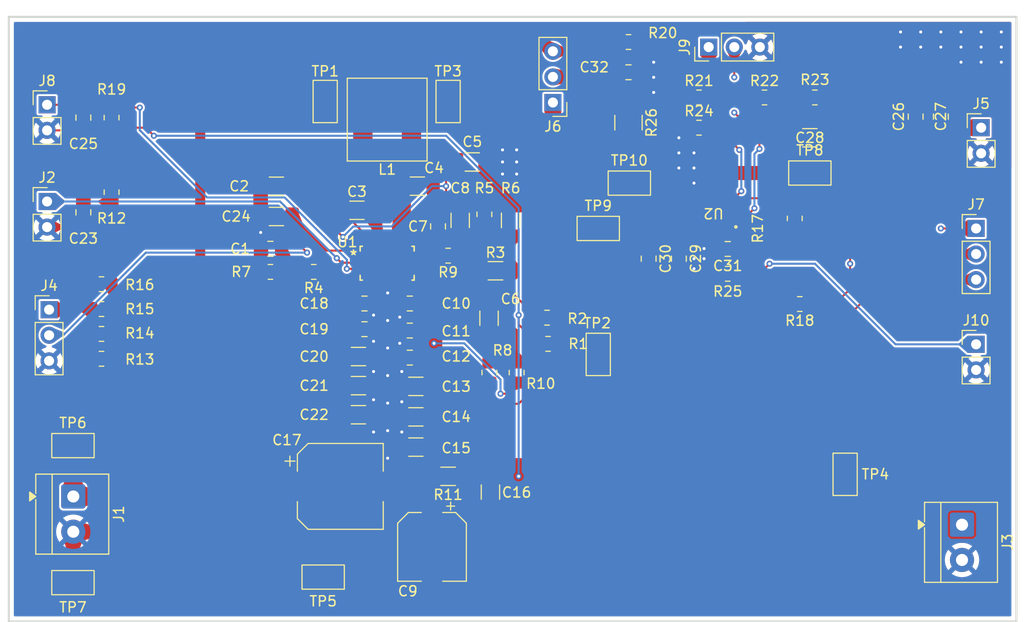
<source format=kicad_pcb>
(kicad_pcb (version 20241229) (generator "pcbnew") (generator_version "9.0")
  (layers (0 "F.Cu" signal) (4 "In1.Cu" signal) (6 "In2.Cu" signal) (2 "B.Cu" signal) (13 "F.Paste" user) (15 "B.Paste" user) (5 "F.SilkS" user "F.Silkscreen") (7 "B.SilkS" user "B.Silkscreen") (1 "F.Mask" user) (3 "B.Mask" user) (25 "Edge.Cuts" user))
  (net 0 "")
  (net 1 "V_BAT+")
  (net 2 "V_BAT-")
  (net 3 "PG_5")
  (net 4 "EN_5")
  (net 5 "12V_IN")
  (net 6 "Net-(U1B-SW1)")
  (net 7 "Net-(U1A-BOOT1)")
  (net 8 "Net-(U1B-SW2)")
  (net 9 "Net-(U1A-BOOT2)")
  (net 10 "Net-(U1A-VOUT)")
  (net 11 "V_OUT_12+")
  (net 12 "Net-(U1A-COMP)")
  (net 13 "Net-(U1A-ISN)")
  (net 14 "Net-(U1A-ISP)")
  (net 15 "VCC_12")
  (net 16 "Net-(U1A-DITH{slash}SYNC)")
  (net 17 "PG_12")
  (net 18 "*CC_12")
  (net 19 "EN_12")
  (net 20 "V_OUT_5+")
  (net 21 "SDA")
  (net 22 "SCL")
  (net 23 "VBUS")
  (net 24 "Net-(J4-Pin_1)")
  (net 25 "Net-(U1A-FB)")
  (net 26 "Net-(U1A-FSW)")
  (net 27 "Net-(U1A-CDC)")
  (net 28 "Net-(R20-Pad2)")
  (net 29 "Net-(C8-Pad1)")
  (net 30 "Net-(U2-VCC)")
  (net 31 "Net-(J9-Pin_1)")
  (net 32 "Net-(R1-Pad2)")
  (net 33 "Net-(R3-Pad1)")
  (net 34 "Net-(R4-Pad2)")
  (net 35 "Net-(R13-Pad2)")
  (net 36 "Net-(R15-Pad2)")
  (net 37 "Net-(R22-Pad2)")
  (net 38 "Net-(U2-ADDR)")
  (net 39 "Net-(U2-VIN)")
  (footprint "Capacitor_SMD:C_1206_3216Metric_Pad1.33x1.80mm_HandSolder" (layer "F.Cu") (at 142.7 99.712922)
    (property "Reference" "C20")
    (property "Value" "1uF")
  )
  (footprint "Capacitor_SMD:C_1206_3216Metric_Pad1.33x1.80mm_HandSolder" (layer "F.Cu") (at 134.5625 85.812922 180)
    (property "Reference" "C24")
    (property "Value" "0.1uF")
  )
  (footprint "Resistor_SMD:R_0805_2012Metric_Pad1.20x1.40mm_HandSolder" (layer "F.Cu") (at 188 74)
    (property "Reference" "R23")
    (property "Value" "100k")
  )
  (footprint "Connector_PinHeader_2.54mm:PinHeader_1x02_P2.54mm_Vertical" (layer "F.Cu") (at 204.5 77)
    (property "Reference" "J5")
    (property "Value" "5Vout")
  )
  (footprint "Capacitor_SMD:C_0805_2012Metric_Pad1.18x1.45mm_HandSolder" (layer "F.Cu") (at 171.5 90 -90)
    (property "Reference" "C30")
    (property "Value" "22uF")
  )
  (footprint "Capacitor_SMD:C_1206_3216Metric_Pad1.33x1.80mm_HandSolder" (layer "F.Cu") (at 187.5 78)
    (property "Reference" "C28")
    (property "Value" "0.1uF")
  )
  (footprint "Capacitor_SMD:C_0805_2012Metric_Pad1.18x1.45mm_HandSolder" (layer "F.Cu") (at 133.9625 89.012922)
    (property "Reference" "C1")
    (property "Value" "0.01uF")
  )
  (footprint "Connector_PinHeader_2.54mm:PinHeader_1x02_P2.54mm_Vertical" (layer "F.Cu") (at 111.8 74.725)
    (property "Reference" "J8")
    (property "Value" "Conn_01x02")
  )
  (footprint "Resistor_SMD:R_0805_2012Metric_Pad1.20x1.40mm_HandSolder" (layer "F.Cu") (at 158.4 101.3 90)
    (property "Reference" "R10")
    (property "Value" "10")
  )
  (footprint "Inductor_SMD:L_Coilcraft_XAL7070-XXX" (layer "F.Cu") (at 145.55 76.198764 180)
    (property "Reference" "L1")
    (property "Value" "4.7uH")
  )
  (footprint "TestPoint:TestPoint_Keystone_5019_Miniature" (layer "F.Cu") (at 139.4 74.4 90)
    (property "Reference" "TP1")
    (property "Value" "TestPoint")
  )
  (footprint "Capacitor_SMD:C_1206_3216Metric_Pad1.33x1.80mm_HandSolder" (layer "F.Cu") (at 142.7 102.6)
    (property "Reference" "C21")
    (property "Value" "0.1uF")
  )
  (footprint "Capacitor_SMD:C_1206_3216Metric_Pad1.33x1.80mm_HandSolder" (layer "F.Cu") (at 134.5625 82.812922)
    (property "Reference" "C2")
    (property "Value" "0.1uF")
  )
  (footprint "TestPoint:TestPoint_Keystone_5019_Miniature" (layer "F.Cu") (at 191 111.4 90)
    (property "Reference" "TP4")
    (property "Value" "TestPoint")
  )
  (footprint "Capacitor_SMD:C_1206_3216Metric_Pad1.33x1.80mm_HandSolder" (layer "F.Cu") (at 148.55 82.804 180)
    (property "Reference" "C4")
    (property "Value" "0.1uF")
  )
  (footprint "Capacitor_SMD:C_0805_2012Metric_Pad1.18x1.45mm_HandSolder" (layer "F.Cu") (at 169.5 71.5)
    (property "Reference" "C32")
    (property "Value" "2.2uF")
  )
  (footprint "TestPoint:TestPoint_Keystone_5019_Miniature" (layer "F.Cu") (at 151.6 74.4 90)
    (property "Reference" "TP3")
    (property "Value" "TestPoint")
  )
  (footprint "Capacitor_SMD:C_0805_2012Metric_Pad1.18x1.45mm_HandSolder" (layer "F.Cu") (at 143.3 94.448764)
    (property "Reference" "C18")
    (property "Value" "10uF")
  )
  (footprint "Capacitor_SMD:CP_Elec_6.3x5.4" (layer "F.Cu") (at 150 118.6 -90)
    (property "Reference" "C9")
    (property "Value" "100uF")
  )
  (footprint "Capacitor_SMD:C_1206_3216Metric_Pad1.33x1.80mm_HandSolder" (layer "F.Cu") (at 155.8 113.1625 -90)
    (property "Reference" "C16")
    (property "Value" "1uF")
  )
  (footprint "Capacitor_SMD:C_1206_3216Metric_Pad1.33x1.80mm_HandSolder" (layer "F.Cu") (at 155.6625 95.912922 90)
    (property "Reference" "C6")
    (property "Value" "0.1uF")
  )
  (footprint "Kicad_TitoSync_Footprints:FS1403_TDK" (layer "F.Cu") (at 178 85.5 180)
    (property "Reference" "U2")
    (property "Value" "FS1403-5000-AL")
  )
  (footprint "Resistor_SMD:R_0805_2012Metric_Pad1.20x1.40mm_HandSolder" (layer "F.Cu") (at 118.2 76 90)
    (property "Reference" "R19")
    (property "Value" "100k")
  )
  (footprint "Resistor_SMD:R_0805_2012Metric_Pad1.20x1.40mm_HandSolder" (layer "F.Cu") (at 155.2 85.6 90)
    (property "Reference" "R5")
    (property "Value" "120k")
  )
  (footprint "TerminalBlock_4Ucon:TerminalBlock_4Ucon_1x02_P3.50mm_Horizontal" (layer "F.Cu") (at 114.4 113.6 -90)
    (property "Reference" "J1")
    (property "Value" "Battery")
  )
  (footprint "Resistor_SMD:R_0805_2012Metric_Pad1.20x1.40mm_HandSolder" (layer "F.Cu") (at 117.2 92.533333 180)
    (property "Reference" "R16")
    (property "Value" "100k")
  )
  (footprint "Capacitor_SMD:C_1206_3216Metric_Pad1.33x1.80mm_HandSolder" (layer "F.Cu") (at 148.4 105.698764 180)
    (property "Reference" "C14")
    (property "Value" "0.1uF")
  )
  (footprint "Capacitor_SMD:C_0805_2012Metric_Pad1.18x1.45mm_HandSolder" (layer "F.Cu") (at 200.5 75.9 90)
    (property "Reference" "C27")
    (property "Value" "22uF")
  )
  (footprint "Resistor_SMD:R_0805_2012Metric_Pad1.20x1.40mm_HandSolder" (layer "F.Cu") (at 151.6 89.7 180)
    (property "Reference" "R9")
    (property "Value" "15k")
  )
  (footprint "TestPoint:TestPoint_Keystone_5019_Miniature" (layer "F.Cu") (at 169.585786 82.5)
    (property "Reference" "TP10")
    (property "Value" "TestPoint")
  )
  (footprint "Connector_PinHeader_2.54mm:PinHeader_1x02_P2.54mm_Vertical" (layer "F.Cu") (at 111.8 84.325)
    (property "Reference" "J2")
    (property "Value" "Conn_01x02")
  )
  (footprint "Resistor_SMD:R_0805_2012Metric_Pad1.20x1.40mm_HandSolder" (layer "F.Cu") (at 138.2625 91.312922 180)
    (property "Reference" "R4")
    (property "Value" "47k")
  )
  (footprint "Capacitor_SMD:C_1206_3216Metric_Pad1.33x1.80mm_HandSolder" (layer "F.Cu") (at 154 80.4)
    (property "Reference" "C5")
    (property "Value" "4.7uF")
  )
  (footprint "Resistor_SMD:R_0805_2012Metric_Pad1.20x1.40mm_HandSolder" (layer "F.Cu") (at 176.5 74)
    (property "Reference" "R21")
    (property "Value" "47k")
  )
  (footprint "Capacitor_SMD:CP_Elec_8x10" (layer "F.Cu") (at 140.9 112.598764)
    (property "Reference" "C17")
    (property "Value" "68uF")
  )
  (footprint "Capacitor_SMD:C_1206_3216Metric_Pad1.33x1.80mm_HandSolder" (layer "F.Cu") (at 142.7 105.487079)
    (property "Reference" "C22")
    (property "Value" "0.1uF")
  )
  (footprint "TestPoint:TestPoint_Keystone_5019_Miniature" (layer "F.Cu") (at 114.3675 122.15)
    (property "Reference" "TP7")
    (property "Value" "TestPoint")
  )
  (footprint "Resistor_SMD:R_0805_2012Metric_Pad1.20x1.40mm_HandSolder" (layer "F.Cu") (at 179.3502 91.5)
    (property "Reference" "R25")
    (property "Value" "100k")
  )
  (footprint "Resistor_SMD:R_0805_2012Metric_Pad1.20x1.40mm_HandSolder" (layer "F.Cu") (at 186.5 94.5 180)
    (property "Reference" "R18")
    (property "Value" "47k")
  )
  (footprint "Resistor_SMD:R_1206_3216Metric_Pad1.30x1.75mm_HandSolder" (layer "F.Cu") (at 156.3 91.2 180)
    (property "Reference" "R3")
    (property "Value" "5.6k")
  )
  (footprint "TerminalBlock_4Ucon:TerminalBlock_4Ucon_1x02_P3.50mm_Horizontal" (layer "F.Cu") (at 202.6 116.4 -90)
    (property "Reference" "J3")
    (property "Value" "12Vout")
  )
  (footprint "Connector_PinHeader_2.54mm:PinHeader_1x03_P2.54mm_Vertical" (layer "F.Cu") (at 204 87)
    (property "Reference" "J7")
    (property "Value" "Conn_01x03")
  )
  (footprint "Resistor_SMD:R_0805_2012Metric_Pad1.20x1.40mm_HandSolder" (layer "F.Cu") (at 161.51903 98.454329)
    (property "Reference" "R1")
    (property "Value" "51")
  )
  (footprint "Resistor_SMD:R_0805_2012Metric_Pad1.20x1.40mm_HandSolder" (layer "F.Cu") (at 155.7 101.3 90)
    (property "Reference" "R8")
    (property "Value" "10")
  )
  (footprint "TestPoint:TestPoint_Keystone_5019_Miniature" (layer "F.Cu") (at 114.3675 108.55)
    (property "Reference" "TP6")
    (property "Value" "TestPoint")
  )
  (footprint "Resistor_SMD:R_0805_2012Metric_Pad1.20x1.40mm_HandSolder" (layer "F.Cu") (at 117.2 95)
    (property "Reference" "R15")
    (property "Value" "15k")
  )
  (footprint "Capacitor_SMD:C_1206_3216Metric_Pad1.33x1.80mm_HandSolder" (layer "F.Cu") (at 152.8 86.2 90)
    (property "Reference" "C8")
    (property "Value" "4700pF")
  )
  (footprint "Capacitor_SMD:C_1206_3216Metric_Pad1.33x1.80mm_HandSolder" (layer "F.Cu") (at 148.4 102.673764 180)
    (property "Reference" "C13")
    (property "Value" "1uF")
  )
  (footprint "Connector_PinHeader_2.54mm:PinHeader_1x03_P2.54mm_Vertical" (layer "F.Cu") (at 177.46 69 90)
    (property "Reference" "J9")
    (property "Value" "Conn_01x03")
  )
  (footprint "Resistor_SMD:R_0805_2012Metric_Pad1.20x1.40mm_HandSolder" (layer "F.Cu") (at 117.2 99.933333)
    (property "Reference" "R13")
    (property "Value" "100k")
  )
  (footprint "Resistor_SMD:R_1210_3225Metric_Pad1.30x2.65mm_HandSolder" (layer "F.Cu") (at 169.5 76.5 -90)
    (property "Reference" "R26")
    (property "Value" "2.7")
  )
  (footprint "Capacitor_SMD:C_0805_2012Metric_Pad1.18x1.45mm_HandSolder" (layer "F.Cu") (at 115.4 76 -90)
    (property "Reference" "C25")
    (property "Value" "0.01uF")
  )
  (footprint "Capacitor_SMD:C_0805_2012Metric_Pad1.18x1.45mm_HandSolder" (layer "F.Cu") (at 143.3 96.995843)
    (property "Reference" "C19")
    (property "Value" "10uF")
  )
  (footprint "Capacitor_SMD:C_1206_3216Metric_Pad1.33x1.80mm_HandSolder" (layer "F.Cu") (at 142.55 85.198764)
    (property "Reference" "C3")
    (property "Value" "0.1uF")
  )
  (footprint "Resistor_SMD:R_0805_2012Metric_Pad1.20x1.40mm_HandSolder" (layer "F.Cu") (at 169.5 68.5)
    (property "Reference" "R20")
    (property "Value" "100k")
  )
  (footprint "Capacitor_SMD:C_0805_2012Metric_Pad1.18x1.45mm_HandSolder" (layer "F.Cu") (at 179.3502 89.034663 180)
    (property "Reference" "C31")
    (property "Value" "0.01uF")
  )
  (footprint "Kicad_TitoSync_Footprints:VQFN21_RYQ_TEX" (layer "F.Cu") (at 145.55 90.448764)
    (property "Reference" "U1")
    (property "Value" "TPS551892QWRYQRQ1")
  )
  (footprint "Resistor_SMD:R_0805_2012Metric_Pad1.20x1.40mm_HandSolder" (layer "F.Cu") (at 117.2 97.466666 180)
    (property "Reference" "R14")
    (property "Value" "47k")
  )
  (footprint "Resistor_SMD:R_0805_2012Metric_Pad1.20x1.40mm_HandSolder" (layer "F.Cu") (at 176.5 77)
    (property "Reference" "R24")
    (property "Value" "0")
  )
  (footprint "Connector_PinHeader_2.54mm:PinHeader_1x02_P2.54mm_Vertical" (layer "F.Cu") (at 204 98.5)
    (property "Reference" "J10")
    (property "Value" "Conn_01x02")
  )
  (footprint "Resistor_SMD:R_0805_2012Metric_Pad1.20x1.40mm_HandSolder" (layer "F.Cu") (at 161.41903 95.854329 180)
    (property "Reference" "R2")
    (property "Value" "100k")
  )
  (footprint "Resistor_SMD:R_0805_2012Metric_Pad1.20x1.40mm_HandSolder" (layer "F.Cu") (at 183 74)
    (property "Reference" "R22")
    (property "Value" "15k")
  )
  (footprint "Capacitor_SMD:C_0805_2012Metric_Pad1.18x1.45mm_HandSolder" (layer "F.Cu") (at 147.8 94.448764 180)
    (property "Reference" "C10")
    (property "Value" "10uF")
  )
  (footprint "Capacitor_SMD:C_0805_2012Metric_Pad1.18x1.45mm_HandSolder" (layer "F.Cu") (at 198 75.9 90)
    (property "Reference" "C26")
    (property "Value" "22uF")
  )
  (footprint "Resistor_SMD:R_1206_3216Metric_Pad1.30x1.75mm_HandSolder" (layer "F.Cu") (at 151.6 111.6 180)
    (property "Reference" "R11")
    (property "Value" "10m")
  )
  (footprint "Capacitor_SMD:C_0805_2012Metric_Pad1.18x1.45mm_HandSolder" (layer "F.Cu") (at 150.6 86.8 90)
    (property "Reference" "C7")
    (property "Value" "100pF")
  )
  (footprint "Capacitor_SMD:C_0805_2012Metric_Pad1.18x1.45mm_HandSolder" (layer "F.Cu") (at 147.8 99.818764 180)
    (property "Reference" "C12")
    (property "Value" "10uF")
  )
  (footprint "TestPoint:TestPoint_Keystone_5019_Miniature" (layer "F.Cu") (at 139.2 121.6 180)
    (property "Reference" "TP5")
    (property "Value" "TestPoint")
  )
  (footprint "Resistor_SMD:R_0805_2012Metric_Pad1.20x1.40mm_HandSolder" (layer "F.Cu") (at 133.9625 91.312922)
    (property "Reference" "R7")
    (property "Value" "2.2k")
  )
  (footprint "Resistor_SMD:R_0805_2012Metric_Pad1.20x1.40mm_HandSolder" (layer "F.Cu") (at 118.2 83.4 -90)
    (property "Reference" "R12")
    (property "Value" "100k")
  )
  (footprint "TestPoint:TestPoint_Keystone_5019_Miniature" (layer "F.Cu") (at 187.5 81.5)
    (property "Reference" "TP8")
    (property "Value" "TestPoint")
  )
  (footprint "Capacitor_SMD:C_0805_2012Metric_Pad1.18x1.45mm_HandSolder" (layer "F.Cu") (at 174.5 90 -90)
    (property "Reference" "C29")
    (property "Value" "22uF")
  )
  (footprint "Resistor_SMD:R_1206_3216Metric_Pad1.30x1.75mm_HandSolder" (layer "F.Cu") (at 157.8 86.2 -90)
    (property "Reference" "R6")
    (property "Value" "5.6k")
  )
  (footprint "Connector_PinHeader_2.54mm:PinHeader_1x03_P2.54mm_Vertical" (layer "F.Cu") (at 112 95.061)
    (property "Reference" "J4")
    (property "Value" "Conn_01x03")
  )
  (footprint "Capacitor_SMD:C_1206_3216Metric_Pad1.33x1.80mm_HandSolder" (layer "F.Cu") (at 148.4 108.698764 180)
    (property "Reference" "C15")
    (property "Value" "0.1uF")
  )
  (footprint "Connector_PinHeader_2.54mm:PinHeader_1x03_P2.54mm_Vertical" (layer "F.Cu") (at 162 74.5 180)
    (property "Reference" "J6")
    (property "Value" "Conn_01x03")
  )
  (footprint "Capacitor_SMD:C_0805_2012Metric_Pad1.18x1.45mm_HandSolder" (layer "F.Cu") (at 115.4 85.4 -90)
    (property "Reference" "C23")
    (property "Value" "0.01uF")
  )
  (footprint "Capacitor_SMD:C_0805_2012Metric_Pad1.18x1.45mm_HandSolder" (layer "F.Cu") (at 147.8 97.133764 180)
    (property "Reference" "C11")
    (property "Value" "10uF")
  )
  (footprint "Resistor_SMD:R_0805_2012Metric_Pad1.20x1.40mm_HandSolder" (layer "F.Cu") (at 186 86 90)
    (property "Reference" "R17")
    (property "Value" "47k")
  )
  (footprint "TestPoint:TestPoint_Keystone_5019_Miniature" (layer "F.Cu") (at 166.5 99.5 -90)
    (property "Reference" "TP2")
    (property "Value" "TestPoint")
  )
  (footprint "TestPoint:TestPoint_Keystone_5019_Miniature" (layer "F.Cu") (at 166.5 87)
    (property "Reference" "TP9")
    (property "Value" "TestPoint")
  )
  (gr_rect (start 108 66) (end 208 126) (stroke (width 0.2)) (fill no) (layer "Edge.Cuts"))
  (segment (start 116.2 99.933333) (end 116.2 106.7175) (width 0.2) (layer "F.Cu") (net 1))
  (segment (start 122.9 113.6) (end 127 109.5) (width 1) (layer "F.Cu") (net 1))
  (segment (start 162 69.42) (end 164.92 69.42) (width 0.2) (layer "F.Cu") (net 1))
  (segment (start 116.2 106.7175) (end 114.3675 108.55) (width 0.2) (layer "F.Cu") (net 1))
  (segment (start 121.5 113.6) (end 136.648764 113.6) (width 1) (layer "F.Cu") (net 1))
  (segment (start 136.648764 113.6) (end 137.65 112.598764) (width 1) (layer "F.Cu") (net 1))
  (segment (start 127 109.5) (end 127 75) (width 1) (layer "F.Cu") (net 1))
  (segment (start 127 75) (end 133.5 68.5) (width 1) (layer "F.Cu") (net 1))
  (segment (start 121.5 113.6) (end 122.9 113.6) (width 1) (layer "F.Cu") (net 1))
  (segment (start 164.92 69.42) (end 165.84 68.5) (width 0.2) (layer "F.Cu") (net 1))
  (segment (start 114.4 113.6) (end 114.4 108.5825) (width 1) (layer "F.Cu") (net 1))
  (segment (start 133.5 68.5) (end 161.08 68.5) (width 1) (layer "F.Cu") (net 1))
  (segment (start 165.84 68.5) (end 168.5 68.5) (width 0.2) (layer "F.Cu") (net 1))
  (segment (start 161.08 68.5) (end 162 69.42) (width 1) (layer "F.Cu") (net 1))
  (segment (start 114.4 113.6) (end 121.5 113.6) (width 1) (layer "F.Cu") (net 1))
  (segment (start 147.950046 89.698575) (end 147.950046 88.282854) (width 0.2) (layer "F.Cu") (net 2))
  (segment (start 144.15 112.598764) (end 144.15 119.15) (width 1) (layer "F.Cu") (net 2))
  (segment (start 153.8 121.4) (end 155.8 119.4) (width 1) (layer "F.Cu") (net 2))
  (segment (start 111.8 77.265) (end 115.1725 77.265) (width 0.2) (layer "F.Cu") (net 2))
  (segment (start 116.2 87.2375) (end 115.4 86.4375) (width 0.2) (layer "F.Cu") (net 2))
  (segment (start 114.4 117.1) (end 134.7 117.1) (width 1) (layer "F.Cu") (net 2))
  (segment (start 150 121.4) (end 153.8 121.4) (width 1) (layer "F.Cu") (net 2))
  (segment (start 139.2 121.6) (end 149.8 121.6) (width 1) (layer "F.Cu") (net 2))
  (segment (start 116.2 92.533333) (end 116.2 87.2375) (width 0.2) (layer "F.Cu") (net 2))
  (segment (start 144.15 119.15) (end 146.4 121.4) (width 1) (layer "F.Cu") (net 2))
  (segment (start 147.950046 88.282854) (end 150.4704 85.7625) (width 0.2) (layer "F.Cu") (net 2))
  (segment (start 134.7 117.1) (end 139.2 121.6) (width 1) (layer "F.Cu") (net 2))
  (segment (start 111.8 86.865) (end 114.9725 86.865) (width 0.2) (layer "F.Cu") (net 2))
  (segment (start 114.3675 122.15) (end 114.3675 117.1325) (width 1) (layer "F.Cu") (net 2))
  (segment (start 155.8 119.4) (end 155.8 114.725) (width 1) (layer "F.Cu") (net 2))
  (segment (start 146.4 121.4) (end 150 121.4) (width 1) (layer "F.Cu") (net 2))
  (via (at 144.2 95.6) (size 0.6) (drill 0.3) (layers "F.Cu" "B.Cu") (net 2))
  (via (at 157 79.2) (size 0.6) (drill 0.3) (layers "F.Cu" "B.Cu") (net 2))
  (via (at 174.5 79.5) (size 0.6) (drill 0.3) (layers "F.Cu" "B.Cu") (net 2))
  (via (at 145.6 104.333333) (size 0.6) (drill 0.3) (layers "F.Cu" "B.Cu") (net 2))
  (via (at 174.5 81) (size 0.6) (drill 0.3) (layers "F.Cu" "B.Cu") (net 2))
  (via (at 206.5 67.5) (size 0.6) (drill 0.3) (layers "F.Cu" "B.Cu") (net 2))
  (via (at 147 101.2) (size 0.6) (drill 0.3) (layers "F.Cu" "B.Cu") (net 2))
  (via (at 204.5 69) (size 0.6) (drill 0.3) (layers "F.Cu" "B.Cu") (net 2))
  (via (at 145.6 101.6) (size 0.6) (drill 0.3) (layers "F.Cu" "B.Cu") (net 2))
  (via (at 172 73.5) (size 0.6) (drill 0.3) (layers "F.Cu" "B.Cu") (net 2))
  (via (at 146.8 95.8) (size 0.6) (drill 0.3) (layers "F.Cu" "B.Cu") (net 2))
  (via (at 157 80.4) (size 0.6) (drill 0.3) (layers "F.Cu" "B.Cu") (net 2))
  (via (at 206.5 70.5) (size 0.6) (drill 0.3) (layers "F.Cu" "B.Cu") (net 2))
  (via (at 147 104.2) (size 0.6) (drill 0.3) (layers "F.Cu" "B.Cu") (net 2))
  (via (at 202.5 69) (size 0.6) (drill 0.3) (layers "F.Cu" "B.Cu") (net 2))
  (via (at 204.5 67.5) (size 0.6) (drill 0.3) (layers "F.Cu" "B.Cu") (net 2))
  (via (at 176 79.5) (size 0.6) (drill 0.3) (layers "F.Cu" "B.Cu") (net 2))
  (via (at 202.5 67.5) (size 0.6) (drill 0.3) (layers "F.Cu" "B.Cu") (net 2))
  (via (at 145.6 109.8) (size 0.6) (drill 0.3) (layers "F.Cu" "B.Cu") (net 2))
  (via (at 176 90) (size 0.6) (drill 0.3) (layers "F.Cu" "B.Cu") (net 2))
  (via (at 200.5 67.5) (size 0.6) (drill 0.3) (layers "F.Cu" "B.Cu") (net 2))
  (via (at 147 107.2) (size 0.6) (drill 0.3) (layers "F.Cu" "B.Cu") (net 2))
  (via (at 198.5 69) (size 0.6) (drill 0.3) (layers "F.Cu" "B.Cu") (net 2))
  (via (at 176 91) (size 0.6) (drill 0.3) (layers "F.Cu" "B.Cu") (net 2))
  (via (at 133 87.4) (size 0.6) (drill 0.3) (layers "F.Cu" "B.Cu") (net 2))
  (via (at 145.6 107.066667) (size 0.6) (drill 0.3) (layers "F.Cu" "B.Cu") (net 2))
  (via (at 172 72) (size 0.6) (drill 0.3) (layers "F.Cu" "B.Cu") (net 2))
  (via (at 196.5 67.5) (size 0.6) (drill 0.3) (layers "F.Cu" "B.Cu") (net 2))
  (via (at 202.5 70.5) (size 0.6) (drill 0.3) (layers "F.Cu" "B.Cu") (net 2))
  (via (at 144.2 98.2) (size 0.6) (drill 0.3) (layers "F.Cu" "B.Cu") (net 2))
  (via (at 158.4 80.4) (size 0.6) (drill 0.3) (layers "F.Cu" "B.Cu") (net 2))
  (via (at 144.2 104) (size 0.6) (drill 0.3) (layers "F.Cu" "B.Cu") (net 2))
  (via (at 144.2 107.2) (size 0.6) (drill 0.3) (layers "F.Cu" "B.Cu") (net 2))
  (via (at 158.4 79.2) (size 0.6) (drill 0.3) (layers "F.Cu" "B.Cu") (net 2))
  (via (at 157 81.6) (size 0.6) (drill 0.3) (layers "F.Cu" "B.Cu") (net 2))
  (via (at 176 82.5) (size 0.6) (drill 0.3) (layers "F.Cu" "B.Cu") (net 2))
  (via (at 146.8 98.4) (size 0.6) (drill 0.3) (layers "F.Cu" "B.Cu") (net 2))
  (via (at 200.5 69) (size 0.6) (drill 0.3) (layers "F.Cu" "B.Cu") (net 2))
  (via (at 177 90) (size 0.6) (drill 0.3) (layers "F.Cu" "B.Cu") (net 2))
  (via (at 145.6 93.4) (size 0.6) (drill 0.3) (layers "F.Cu" "B.Cu") (net 2))
  (via (at 158.4 81.6) (size 0.6) (drill 0.3) (layers "F.Cu" "B.Cu") (net 2))
  (via (at 144.2 101.2) (size 0.6) (drill 0.3) (layers "F.Cu" "B.Cu") (net 2))
  (via (at 145.6 98.866667) (size 0.6) (drill 0.3) (layers "F.Cu" "B.Cu") (net 2))
  (via (at 176 81) (size 0.6) (drill 0.3) (layers "F.Cu" "B.Cu") (net 2))
  (via (at 174.5 78) (size 0.6) (drill 0.3) (layers "F.Cu" "B.Cu") (net 2))
  (via (at 196.5 69) (size 0.6) (drill 0.3) (layers "F.Cu" "B.Cu") (net 2))
  (via (at 145.6 96.133333) (size 0.6) (drill 0.3) (layers "F.Cu" "B.Cu") (net 2))
  (via (at 198.5 67.5) (size 0.6) (drill 0.3) (layers "F.Cu" "B.Cu") (net 2))
  (via (at 177 89) (size 0.6) (drill 0.3) (layers "F.Cu" "B.Cu") (net 2))
  (via (at 172 70.5) (size 0.6) (drill 0.3) (layers "F.Cu" "B.Cu") (net 2))
  (via (at 204.5 70.5) (size 0.6) (drill 0.3) (layers "F.Cu" "B.Cu") (net 2))
  (via (at 206.5 69) (size 0.6) (drill 0.3) (layers "F.Cu" "B.Cu") (net 2))
  (segment (start 180.3502 91.5) (end 182.5 91.5) (width 0.2) (layer "F.Cu") (net 3))
  (segment (start 180.3877 86.910502) (end 180.3877 89.034663) (width 0.2) (layer "F.Cu") (net 3))
  (segment (start 180.3502 89.072163) (end 180.3877 89.034663) (width 0.2) (layer "F.Cu") (net 3))
  (segment (start 182.5 91.5) (end 183.5 90.5) (width 0.2) (layer "F.Cu") (net 3))
  (segment (start 180.3502 91.5) (end 180.3502 89.072163) (width 0.2) (layer "F.Cu") (net 3))
  (segment (start 179.3502 86.325) (end 179.802198 86.325) (width 0.2) (layer "F.Cu") (net 3))
  (segment (start 179.802198 86.325) (end 180.3877 86.910502) (width 0.2) (layer "F.Cu") (net 3))
  (via (at 183.5 90.5) (size 0.6) (drill 0.3) (layers "F.Cu" "B.Cu") (net 3))
  (segment (start 188 90.5) (end 196 98.5) (width 0.2) (layer "B.Cu") (net 3))
  (segment (start 183.5 90.5) (end 188 90.5) (width 0.2) (layer "B.Cu") (net 3))
  (segment (start 196 98.5) (end 204 98.5) (width 0.2) (layer "B.Cu") (net 3))
  (segment (start 180 75.5) (end 182.5 78) (width 0.2) (layer "F.Cu") (net 4))
  (segment (start 185.9375 78) (end 182.5 78) (width 0.2) (layer "F.Cu") (net 4))
  (segment (start 179.3502 85.775001) (end 181.224999 85.775001) (width 0.2) (layer "F.Cu") (net 4))
  (segment (start 182.5 78) (end 182.5 79.1) (width 0.2) (layer "F.Cu") (net 4))
  (segment (start 181.224999 85.775001) (end 182 85) (width 0.2) (layer "F.Cu") (net 4))
  (segment (start 180 69) (end 180 72) (width 0.2) (layer "F.Cu") (net 4))
  (via (at 180 72) (size 0.6) (drill 0.3) (layers "F.Cu" "B.Cu") (net 4))
  (via (at 182 85) (size 0.6) (drill 0.3) (layers "F.Cu" "B.Cu") (net 4))
  (via (at 182.5 79.1) (size 0.6) (drill 0.3) (layers "F.Cu" "B.Cu") (net 4))
  (via (at 180 75.5) (size 0.6) (drill 0.3) (layers "F.Cu" "B.Cu") (net 4))
  (segment (start 182 79.6) (end 182.5 79.1) (width 0.2) (layer "B.Cu") (net 4))
  (segment (start 182 85) (end 182 79.6) (width 0.2) (layer "B.Cu") (net 4))
  (segment (start 164.46 71.96) (end 162 71.96) (width 1) (layer "F.Cu") (net 5))
  (segment (start 171.5 87) (end 166.5 87) (width 1.4) (layer "F.Cu") (net 5))
  (segment (start 165 72.5) (end 164.46 71.96) (width 1) (layer "F.Cu") (net 5))
  (segment (start 167.95 74.95) (end 169.5 74.95) (width 0.2) (layer "F.Cu") (net 5))
  (segment (start 165 72.5) (end 165 85.5) (width 1.4) (layer "F.Cu") (net 5))
  (segment (start 165.5 72.5) (end 167.95 74.95) (width 0.2) (layer "F.Cu") (net 5))
  (segment (start 165 85.5) (end 166.5 87) (width 1.4) (layer "F.Cu") (net 5))
  (segment (start 174.5 88.9625) (end 174.5 87) (width 0.2) (layer "F.Cu") (net 5))
  (segment (start 171.5 88.9625) (end 171.5 87) (width 0.2) (layer "F.Cu") (net 5))
  (segment (start 165 72.5) (end 165.5 72.5) (width 0.2) (layer "F.Cu") (net 5))
  (segment (start 174.5 87) (end 171.5 87) (width 1.4) (layer "F.Cu") (net 5))
  (segment (start 139.4 74.4) (end 141.198764 76.198764) (width 0.2) (layer "F.Cu") (net 6))
  (segment (start 141.198764 76.198764) (end 143.14 76.198764) (width 0.2) (layer "F.Cu") (net 6))
  (segment (start 140.9875 85.198764) (end 144.049622 88.260886) (width 0.2) (layer "F.Cu") (net 7))
  (segment (start 144.049622 88.260886) (end 144.049622 89.048764) (width 0.2) (layer "F.Cu") (net 7))
  (segment (start 149.801236 76.198764) (end 147.96 76.198764) (width 0.2) (layer "F.Cu") (net 8))
  (segment (start 151.6 74.4) (end 149.801236 76.198764) (width 0.2) (layer "F.Cu") (net 8))
  (segment (start 150.1125 82.804) (end 150.1125 84.0875) (width 0.2) (layer "F.Cu") (net 9))
  (segment (start 150.1125 84.0875) (end 148.8 85.4) (width 0.2) (layer "F.Cu") (net 9))
  (segment (start 148.8 85.4) (end 148.8 86.0329) (width 0.2) (layer "F.Cu") (net 9))
  (segment (start 148.8 86.0329) (end 147.050378 87.782522) (width 0.2) (layer "F.Cu") (net 9))
  (segment (start 147.050378 87.782522) (end 147.050378 89.048764) (width 0.2) (layer "F.Cu") (net 9))
  (segment (start 156.8 103.4) (end 157.3 103.4) (width 0.2) (layer "F.Cu") (net 10))
  (segment (start 157.3 103.4) (end 158.4 102.3) (width 0.2) (layer "F.Cu") (net 10))
  (via (at 150.2 98.4) (size 0.6) (drill 0.3) (layers "F.Cu" "B.Cu") (net 10))
  (via (at 156.8 103.4) (size 0.6) (drill 0.3) (layers "F.Cu" "B.Cu") (net 10))
  (segment (start 150.2 98.4) (end 153.2 98.4) (width 0.2) (layer "B.Cu") (net 10))
  (segment (start 153.2 98.4) (end 156.8 102) (width 0.2) (layer "B.Cu") (net 10))
  (segment (start 156.8 102) (end 156.8 103.4) (width 0.2) (layer "B.Cu") (net 10))
  (segment (start 168 94.5) (end 170 96.5) (width 1.4) (layer "F.Cu") (net 11))
  (segment (start 164.5 94.5) (end 168 94.5) (width 1.4) (layer "F.Cu") (net 11))
  (segment (start 155.7 103.9) (end 156.2 104.4) (width 0.2) (layer "F.Cu") (net 11))
  (segment (start 160.51903 102.48097) (end 160.51903 98.454329) (width 0.2) (layer "F.Cu") (net 11))
  (segment (start 162.5 111.6) (end 197.8 111.6) (width 3.6) (layer "F.Cu") (net 11))
  (segment (start 170 96.5) (end 171.5 95) (width 1.4) (layer "F.Cu") (net 11))
  (segment (start 121.6 77) (end 122.4 77.8) (width 0.2) (layer "F.Cu") (net 11))
  (segment (start 162 77.5) (end 160.5 79) (width 1.4) (layer "F.Cu") (net 11))
  (segment (start 160.5 79) (end 160.5 90.5) (width 1.4) (layer "F.Cu") (net 11))
  (segment (start 158.6 95.6) (end 158.6 96.535299) (width 0.2) (layer "F.Cu") (net 11))
  (segment (start 170 96.5) (end 170 102) (width 1.4) (layer "F.Cu") (net 11))
  (segment (start 174.8502 95) (end 178.3502 91.5) (width 1.4) (layer "F.Cu") (net 11))
  (segment (start 118.2 82.4) (end 118.2 77) (width 0.2) (layer "F.Cu") (net 11))
  (segment (start 170 102) (end 161 111) (width 1.4) (layer "F.Cu") (net 11))
  (segment (start 202.6 116.4) (end 197.8 111.6) (width 3.6) (layer "F.Cu") (net 11))
  (segment (start 158.6 96.535299) (end 160.51903 98.454329) (width 0.2) (layer "F.Cu") (net 11))
  (segment (start 162 74.5) (end 162 77.5) (width 1.4) (layer "F.Cu") (net 11))
  (segment (start 118.2 77) (end 121.6 77) (width 0.2) (layer "F.Cu") (net 11))
  (segment (start 156.2 104.4) (end 158.6 104.4) (width 0.2) (layer "F.Cu") (net 11))
  (segment (start 160.5 90.5) (end 164.5 94.5) (width 1.4) (layer "F.Cu") (net 11))
  (segment (start 153.15 111.6) (end 155.8 111.6) (width 1.4) (layer "F.Cu") (net 11))
  (segment (start 158.6 104.4) (end 160.51903 102.48097) (width 0.2) (layer "F.Cu") (net 11))
  (segment (start 171.5 95) (end 174.8502 95) (width 1.4) (layer "F.Cu") (net 11))
  (segment (start 158.6 111.6) (end 162.5 111.6) (width 3.6) (layer "F.Cu") (net 11))
  (segment (start 155.7 102.3) (end 155.7 103.9) (width 0.2) (layer "F.Cu") (net 11))
  (segment (start 158.6 111.6) (end 153.15 111.6) (width 3.6) (layer "F.Cu") (net 11))
  (via (at 158.6 95.6) (size 0.6) (drill 0.3) (layers "F.Cu" "B.Cu") (net 11))
  (via (at 158.6 111.6) (size 0.6) (drill 0.3) (layers "F.Cu" "B.Cu") (net 11))
  (via (at 122.4 77.8) (size 0.6) (drill 0.3) (layers "F.Cu" "B.Cu") (net 11))
  (segment (start 158.6 95.6) (end 158.6 85) (width 0.2) (layer "B.Cu") (net 11))
  (segment (start 158.6 95.6) (end 158.6 111.6) (width 0.2) (layer "B.Cu") (net 11))
  (segment (start 151.4 77.8) (end 122.4 77.8) (width 0.2) (layer "B.Cu") (net 11))
  (segment (start 158.6 85) (end 151.4 77.8) (width 0.2) (layer "B.Cu") (net 11))
  (segment (start 150.6 89.7) (end 150.6 87.8375) (width 0.2) (layer "F.Cu") (net 12))
  (segment (start 149.601173 90.698827) (end 150.6 89.7) (width 0.2) (layer "F.Cu") (net 12))
  (segment (start 147.950046 90.698827) (end 149.601173 90.698827) (width 0.2) (layer "F.Cu") (net 12))
  (segment (start 155.6625 94.350422) (end 153.135442 91.823364) (width 0.2) (layer "F.Cu") (net 13))
  (segment (start 158.4 97.087922) (end 158.4 100.3) (width 0.2) (layer "F.Cu") (net 13))
  (segment (start 153.135442 91.823364) (end 147.550504 91.823364) (width 0.2) (layer "F.Cu") (net 13))
  (segment (start 155.6625 94.350422) (end 158.4 97.087922) (width 0.2) (layer "F.Cu") (net 13))
  (segment (start 155.6625 96.2625) (end 155.6625 97.475422) (width 0.2) (layer "F.Cu") (net 14))
  (segment (start 151.712922 92.312922) (end 155.6625 96.2625) (width 0.2) (layer "F.Cu") (net 14))
  (segment (start 147.050378 92.0008) (end 147.3625 92.312922) (width 0.2) (layer "F.Cu") (net 14))
  (segment (start 147.3625 92.312922) (end 151.712922 92.312922) (width 0.2) (layer "F.Cu") (net 14))
  (segment (start 155.6625 97.475422) (end 155.6625 100.2625) (width 0.2) (layer "F.Cu") (net 14))
  (segment (start 136.125 82.812922) (end 141.156039 87.843961) (width 0.2) (layer "F.Cu") (net 15))
  (segment (start 149.2 86.2) (end 147.550504 87.849496) (width 0.2) (layer "F.Cu") (net 15))
  (segment (start 147.550504 87.849496) (end 147.550504 89.074164) (width 0.2) (layer "F.Cu") (net 15))
  (segment (start 141.156039 87.843961) (end 142.386242 89.074164) (width 0.2) (layer "F.Cu") (net 15))
  (segment (start 151.4 82.2) (end 151.4 82.8) (width 0.2) (layer "F.Cu") (net 15))
  (segment (start 151.4 83.4) (end 149.2 85.6) (width 0.2) (layer "F.Cu") (net 15))
  (segment (start 149.2 85.6) (end 149.2 86.2) (width 0.2) (layer "F.Cu") (net 15))
  (segment (start 152.4375 81.1625) (end 151.4 82.2) (width 0.2) (layer "F.Cu") (net 15))
  (segment (start 151.4 82.8) (end 151.4 83.4) (width 0.2) (layer "F.Cu") (net 15))
  (segment (start 142.386242 89.074164) (end 143.549496 89.074164) (width 0.2) (layer "F.Cu") (net 15))
  (via (at 141.156039 87.843961) (size 0.6) (drill 0.3) (layers "F.Cu" "B.Cu") (net 15))
  (via (at 151.4 82.8) (size 0.6) (drill 0.3) (layers "F.Cu" "B.Cu") (net 15))
  (segment (start 141.156039 87.843961) (end 142.2 86.8) (width 0.2) (layer "B.Cu") (net 15))
  (segment (start 150 82.8) (end 151.4 82.8) (width 0.2) (layer "B.Cu") (net 15))
  (segment (start 146 86.8) (end 150 82.8) (width 0.2) (layer "B.Cu") (net 15))
  (segment (start 142.2 86.8) (end 146 86.8) (width 0.2) (layer "B.Cu") (net 15))
  (segment (start 141.523364 91.823364) (end 143.549496 91.823364) (width 0.2) (layer "F.Cu") (net 16))
  (segment (start 135 89.012922) (end 136.086653 90.099575) (width 0.2) (layer "F.Cu") (net 16))
  (segment (start 136.086653 90.099575) (end 139.799575 90.099575) (width 0.2) (layer "F.Cu") (net 16))
  (segment (start 139.799575 90.099575) (end 141.523364 91.823364) (width 0.2) (layer "F.Cu") (net 16))
  (segment (start 142.645154 90.698827) (end 143.149954 90.698827) (width 0.2) (layer "F.Cu") (net 17))
  (segment (start 142.346327 90.4) (end 142.645154 90.698827) (width 0.2) (layer "F.Cu") (net 17))
  (segment (start 141 90.4) (end 142.346327 90.4) (width 0.2) (layer "F.Cu") (net 17))
  (segment (start 140.55 89.95) (end 141 90.4) (width 0.2) (layer "F.Cu") (net 17))
  (segment (start 111.8 84.325) (end 118.125 84.325) (width 0.2) (layer "F.Cu") (net 17))
  (via (at 140.55 89.95) (size 0.6) (drill 0.3) (layers "F.Cu" "B.Cu") (net 17))
  (segment (start 140.55 89.95) (end 134.925 84.325) (width 0.2) (layer "B.Cu") (net 17))
  (segment (start 134.925 84.325) (end 111.8 84.325) (width 0.2) (layer "B.Cu") (net 17))
  (segment (start 142.198953 91.198953) (end 143.149954 91.198953) (width 0.2) (layer "F.Cu") (net 18))
  (segment (start 121 75) (end 118.2 75) (width 0.2) (layer "F.Cu") (net 18))
  (segment (start 142 91) (end 142.198953 91.198953) (width 0.2) (layer "F.Cu") (net 18))
  (segment (start 141.548527 91) (end 142 91) (width 0.2) (layer "F.Cu") (net 18))
  (segment (start 111.8 74.725) (end 117.925 74.725) (width 0.2) (layer "F.Cu") (net 18))
  (via (at 141.548527 91) (size 0.6) (drill 0.3) (layers "F.Cu" "B.Cu") (net 18))
  (via (at 121 75) (size 0.6) (drill 0.3) (layers "F.Cu" "B.Cu") (net 18))
  (segment (start 121 75) (end 121 77.249943) (width 0.2) (layer "B.Cu") (net 18))
  (segment (start 121 77.249943) (end 127.674057 83.924) (width 0.2) (layer "B.Cu") (net 18))
  (segment (start 127.674057 83.924) (end 135.373943 83.924) (width 0.2) (layer "B.Cu") (net 18))
  (segment (start 135.373943 83.924) (end 141.548527 90.098584) (width 0.2) (layer "B.Cu") (net 18))
  (segment (start 141.548527 90.098584) (end 141.548527 91) (width 0.2) (layer "B.Cu") (net 18))
  (segment (start 142.926543 89.475164) (end 143.149954 89.698575) (width 0.2) (layer "F.Cu") (net 19))
  (segment (start 137.6 89.4) (end 136.125 87.925) (width 0.2) (layer "F.Cu") (net 19))
  (segment (start 141.944978 89.2) (end 142.220142 89.475164) (width 0.2) (layer "F.Cu") (net 19))
  (segment (start 136.125 85.812922) (end 139.512078 89.2) (width 0.2) (layer "F.Cu") (net 19))
  (segment (start 136.125 87.925) (end 136.125 85.812922) (width 0.2) (layer "F.Cu") (net 19))
  (segment (start 139.512078 89.2) (end 141.944978 89.2) (width 0.2) (layer "F.Cu") (net 19))
  (segment (start 142.220142 89.475164) (end 142.926543 89.475164) (width 0.2) (layer "F.Cu") (net 19))
  (via (at 137.6 89.4) (size 0.6) (drill 0.3) (layers "F.Cu" "B.Cu") (net 19))
  (segment (start 113.399 97.601) (end 112 97.601) (width 0.2) (layer "B.Cu") (net 19))
  (segment (start 121.6 89.4) (end 113.399 97.601) (width 0.2) (layer "B.Cu") (net 19))
  (segment (start 137.6 89.4) (end 121.6 89.4) (width 0.2) (layer "B.Cu") (net 19))
  (segment (start 198 77) (end 201 77) (width 1.4) (layer "F.Cu") (net 20))
  (segment (start 187.5 81.5) (end 191 81.5) (width 1.4) (layer "F.Cu") (net 20))
  (segment (start 191 81.5) (end 195.5 77) (width 1.4) (layer "F.Cu") (net 20))
  (segment (start 195.5 77) (end 198 77) (width 1.4) (layer "F.Cu") (net 20))
  (segment (start 179.3502 84.675) (end 179.825 84.675) (width 0.2) (layer "F.Cu") (net 20))
  (segment (start 201 77) (end 204.5 77) (width 1.4) (layer "F.Cu") (net 20))
  (segment (start 178 82.5) (end 179 81.5) (width 1.4) (layer "F.Cu") (net 20))
  (segment (start 179 81.5) (end 187.5 81.5) (width 1.4) (layer "F.Cu") (net 20))
  (segment (start 185.5 94.5) (end 185.5 95.5) (width 0.2) (layer "F.Cu") (net 21))
  (segment (start 194.92 92.08) (end 204 92.08) (width 0.2) (layer "F.Cu") (net 21))
  (segment (start 187 97) (end 190 97) (width 0.2) (layer "F.Cu") (net 21))
  (segment (start 179.3502 86.875001) (end 179.3502 93.3502) (width 0.2) (layer "F.Cu") (net 21))
  (segment (start 179.3502 93.3502) (end 180.5 94.5) (width 0.2) (layer "F.Cu") (net 21))
  (segment (start 190 97) (end 194.92 92.08) (width 0.2) (layer "F.Cu") (net 21))
  (segment (start 180.5 94.5) (end 185.5 94.5) (width 0.2) (layer "F.Cu") (net 21))
  (segment (start 185.5 95.5) (end 187 97) (width 0.2) (layer "F.Cu") (net 21))
  (segment (start 180.275001 85.224999) (end 181.5 84) (width 0.2) (layer "F.Cu") (net 22))
  (segment (start 183.5 84) (end 184.5 85) (width 0.2) (layer "F.Cu") (net 22))
  (segment (start 179.3502 85.224999) (end 180.275001 85.224999) (width 0.2) (layer "F.Cu") (net 22))
  (segment (start 181.5 84) (end 183.5 84) (width 0.2) (layer "F.Cu") (net 22))
  (segment (start 184.5 85) (end 186 85) (width 0.2) (layer "F.Cu") (net 22))
  (segment (start 195 85) (end 199.54 89.54) (width 0.2) (layer "F.Cu") (net 22))
  (segment (start 199.54 89.54) (end 204 89.54) (width 0.2) (layer "F.Cu") (net 22))
  (segment (start 186 85) (end 195 85) (width 0.2) (layer "F.Cu") (net 22))
  (segment (start 191.5 88) (end 191.5 90.5) (width 0.2) (layer "F.Cu") (net 23))
  (segment (start 187.5 94.5) (end 190 94.5) (width 0.2) (layer "F.Cu") (net 23))
  (segment (start 186 87) (end 190.5 87) (width 0.2) (layer "F.Cu") (net 23))
  (segment (start 191.5 90.5) (end 191.5 93) (width 0.2) (layer "F.Cu") (net 23))
  (segment (start 204 87) (end 200.5 87) (width 0.2) (layer "F.Cu") (net 23))
  (segment (start 190.5 87) (end 191.5 88) (width 0.2) (layer "F.Cu") (net 23))
  (segment (start 190 94.5) (end 191.5 93) (width 0.2) (layer "F.Cu") (net 23))
  (via (at 191.5 90.5) (size 0.6) (drill 0.3) (layers "F.Cu" "B.Cu") (net 23))
  (via (at 200.5 87) (size 0.6) (drill 0.3) (layers "F.Cu" "B.Cu") (net 23))
  (segment (start 112 95.061) (end 116.139 95.061) (width 0.2) (layer "F.Cu") (net 24))
  (segment (start 116.2 95) (end 116.2 97.466666) (width 0.2) (layer "F.Cu") (net 24))
  (segment (start 155.764701 91.2) (end 160.41903 95.854329) (width 0.2) (layer "F.Cu") (net 25))
  (segment (start 154.75 91.2) (end 147.951093 91.2) (width 0.2) (layer "F.Cu") (net 25))
  (segment (start 154.75 91.2) (end 155.764701 91.2) (width 0.2) (layer "F.Cu") (net 25))
  (segment (start 140.229142 92.279564) (end 139.2625 91.312922) (width 0.2) (layer "F.Cu") (net 26))
  (segment (start 143.796622 92.279564) (end 140.229142 92.279564) (width 0.2) (layer "F.Cu") (net 26))
  (segment (start 144.049622 92.026564) (end 143.796622 92.279564) (width 0.2) (layer "F.Cu") (net 26))
  (segment (start 149.2 89.126547) (end 149.2 87.6) (width 0.2) (layer "F.Cu") (net 27))
  (segment (start 150.2 86.6) (end 155 86.6) (width 0.2) (layer "F.Cu") (net 27))
  (segment (start 148.127846 90.198701) (end 149.2 89.126547) (width 0.2) (layer "F.Cu") (net 27))
  (segment (start 149.2 87.6) (end 150.2 86.6) (width 0.2) (layer "F.Cu") (net 27))
  (segment (start 172 68.5) (end 173 69.5) (width 0.2) (layer "F.Cu") (net 28))
  (segment (start 173 69.5) (end 173 73.5) (width 0.2) (layer "F.Cu") (net 28))
  (segment (start 173.5 74) (end 175.5 74) (width 0.2) (layer "F.Cu") (net 28))
  (segment (start 173 73.5) (end 173.5 74) (width 0.2) (layer "F.Cu") (net 28))
  (segment (start 170.5 68.5) (end 172 68.5) (width 0.2) (layer "F.Cu") (net 28))
  (segment (start 152.8 87.7625) (end 152.8 89.5) (width 0.2) (layer "F.Cu") (net 29))
  (segment (start 173 82.027199) (end 176.1978 85.224999) (width 0.2) (layer "F.Cu") (net 30))
  (segment (start 168.4625 71.5) (end 173 76.0375) (width 0.2) (layer "F.Cu") (net 30))
  (segment (start 173 76.0375) (end 173 82.027199) (width 0.2) (layer "F.Cu") (net 30))
  (segment (start 176.1978 85.224999) (end 176.6498 85.224999) (width 0.2) (layer "F.Cu") (net 30))
  (segment (start 177.5 74) (end 182 74) (width 0.2) (layer "F.Cu") (net 31))
  (segment (start 177.46 73.96) (end 177.5 74) (width 0.2) (layer "F.Cu") (net 31))
  (segment (start 177.46 69) (end 177.46 73.96) (width 0.2) (layer "F.Cu") (net 31))
  (segment (start 165.854329 95.854329) (end 162.41903 95.854329) (width 0.2) (layer "F.Cu") (net 32))
  (segment (start 162.41903 95.854329) (end 162.41903 98.354329) (width 0.2) (layer "F.Cu") (net 32))
  (segment (start 165.854329 95.854329) (end 166.5 96.5) (width 0.2) (layer "F.Cu") (net 32))
  (segment (start 166.5 96.5) (end 166.5 99.5) (width 0.2) (layer "F.Cu") (net 32))
  (segment (start 157.85 91.2) (end 157.85 87.8) (width 0.2) (layer "F.Cu") (net 33))
  (segment (start 137.2625 91.312922) (end 134.9625 91.312922) (width 0.2) (layer "F.Cu") (net 34))
  (segment (start 118.2 99.933333) (end 118.2 97.466666) (width 0.2) (layer "F.Cu") (net 35))
  (segment (start 118.2 95) (end 118.2 92.533333) (width 0.2) (layer "F.Cu") (net 36))
  (segment (start 184 74) (end 187 74) (width 0.2) (layer "F.Cu") (net 37))
  (segment (start 179.875001 84.124999) (end 180.7 83.3) (width 0.2) (layer "F.Cu") (net 38))
  (segment (start 179.3502 84.124999) (end 179.875001 84.124999) (width 0.2) (layer "F.Cu") (net 38))
  (segment (start 178.3 77) (end 180.5 79.2) (width 0.2) (layer "F.Cu") (net 38))
  (segment (start 177.5 77) (end 178.3 77) (width 0.2) (layer "F.Cu") (net 38))
  (via (at 180.7 83.3) (size 0.6) (drill 0.3) (layers "F.Cu" "B.Cu") (net 38))
  (via (at 180.5 79.2) (size 0.6) (drill 0.3) (layers "F.Cu" "B.Cu") (net 38))
  (segment (start 180.7 83.3) (end 180.7 79.4) (width 0.2) (layer "B.Cu") (net 38))
  (segment (start 180.7 79.4) (end 180.5 79.2) (width 0.2) (layer "B.Cu") (net 38))
  (segment (start 170.775001 85.775001) (end 176.6498 85.775001) (width 0.2) (layer "F.Cu") (net 39))
  (segment (start 169.5 78.05) (end 169.5 82.414214) (width 0.2) (layer "F.Cu") (net 39))
  (segment (start 169.5 82.414214) (end 169.585786 82.5) (width 0.2) (layer "F.Cu") (net 39))
  (segment (start 169.585786 84.585786) (end 170.775001 85.775001) (width 0.2) (layer "F.Cu") (net 39))
  (segment (start 169.585786 82.5) (end 169.585786 84.585786) (width 0.2) (layer "F.Cu") (net 39))
  (zone (net 2) (net_name "V_BAT-") (layer "F.Cu") (priority 9) (connect_pads yes (clearance 0.05)) (min_thickness 0.25) (fill yes (thermal_gap 0.5) (thermal_bridge_width 0.5))
    (polygon (pts (xy 169.5 71.5) (xy 169.5 70) (xy 172.5 70) (xy 172.5 73.5) (xy 176.5 76.5) (xy 177 83.5) (xy 177 84.5) (xy 179 84.5) (xy 178.8749 86.4498) (xy 177.7251 86.4498) (xy 177.7253 85.45) (xy 177.1247 85.45) (xy 177 85) (xy 176 85) (xy 173.5 81.5) (xy 173.5 76) (xy 170 72.5)))
  )
  (zone (net 5) (net_name "12V_IN") (layer "F.Cu") (priority 6) (connect_pads yes (clearance 0.05)) (min_thickness 0.25) (fill yes (thermal_gap 0.5) (thermal_bridge_width 0.5))
    (polygon (pts (xy 176.424807 86.149994) (xy 177.124793 86.149994) (xy 177.124994 85.7003) (xy 177.475006 85.7003) (xy 177.489587 87) (xy 177.479173 87.5) (xy 175 89.5) (xy 171 89.5) (xy 169 88) (xy 169.4 86.3)))
  )
  (zone (net 10) (net_name "Net-(U1A-VOUT)") (layer "F.Cu") (priority 1) (connect_pads (clearance 0.05)) (min_thickness 0.25) (fill yes (thermal_gap 0.5) (thermal_bridge_width 0.5) (island_removal_mode 1) (island_area_min 10))
    (polygon (pts (xy 146.425 92.448764) (xy 148.2 93.848764) (xy 148.2 100.323764) (xy 148.5 100.873764) (xy 148.5 117.673764) (xy 151.118491 117.673764) (xy 151.005522 94.722128) (xy 146.675 92.148764) (xy 146.67645 91.793959) (xy 147.6 91.138274) (xy 147.6 89.696893) (xy 146.675 89.248764) (xy 146.425 89.248764)))
  )
  (zone (net 2) (net_name "V_BAT-") (layer "F.Cu") (priority 4) (connect_pads yes (clearance 0.5)) (min_thickness 0.25) (fill yes (thermal_gap 0.5) (thermal_bridge_width 0.5) (island_removal_mode 1) (island_area_min 10))
    (polygon (pts (xy 149.8 86.2) (xy 149.8 85.2) (xy 152 83.8) (xy 154.6 83.8) (xy 154.6 78.8) (xy 159 78.8) (xy 159 85.4) (xy 151.8 85.4) (xy 151.4 86.2)))
  )
  (zone (net 6) (net_name "Net-(U1B-SW1)") (layer "F.Cu") (priority 2) (connect_pads yes (clearance 0.5)) (min_thickness 0.25) (fill yes (thermal_gap 0.5) (thermal_bridge_width 0.5) (island_removal_mode 1) (island_area_min 10))
    (polygon (pts (xy 144.15 80.698764) (xy 145 82.148764) (xy 145 85.898764) (xy 145.175 87.512563) (xy 145.175 91.562563) (xy 144.925 91.562563) (xy 144.925 88.498764) (xy 143.25 85.898764) (xy 143.25 82.098764) (xy 142.3 80.648764) (xy 142.2 77.998764) (xy 144.1 77.998764)))
  )
  (zone (net 2) (net_name "V_BAT-") (layer "F.Cu") (priority 3) (connect_pads yes (clearance 0.5)) (min_thickness 0.25) (fill yes (thermal_gap 0.5) (thermal_bridge_width 0.5) (island_removal_mode 1) (island_area_min 10))
    (polygon (pts (xy 132.246905 81.7) (xy 133.706696 81.7) (xy 133.765869 92.303736) (xy 132.340983 92.330812)))
  )
  (zone (net 2) (net_name "V_BAT-") (layer "F.Cu") (connect_pads yes (clearance 0.05)) (min_thickness 0.25) (fill yes (thermal_gap 0.5) (thermal_bridge_width 0.5))
    (polygon (pts (xy 145.677 92.648764) (xy 147.4 93.848764) (xy 147.4 100.448764) (xy 147.65 101.848764) (xy 147.7 109.6) (xy 146 111.4) (xy 146 114) (xy 145.053892 114) (xy 142.35 114) (xy 142.35 111.248764) (xy 143.3 110.698764) (xy 143.4 98.948764) (xy 143.7 97.548764) (xy 143.7 93.898764) (xy 145.4 92.648764) (xy 145.423 87.499961) (xy 145.677 87.499961)))
  )
  (zone (net 2) (net_name "V_BAT-") (layer "F.Cu") (priority 10) (connect_pads yes (clearance 0.05)) (min_thickness 0.25) (fill yes (thermal_gap 0.5) (thermal_bridge_width 0.5))
    (polygon (pts (xy 179 88) (xy 177.5 88) (xy 175.5 90) (xy 170.5 90) (xy 170.5 92) (xy 175.5 92) (xy 179 90)))
  )
  (zone (net 1) (net_name "V_BAT+") (layer "F.Cu") (priority 2) (connect_pads yes (clearance 0.05)) (min_thickness 0.25) (fill yes (thermal_gap 0.5) (thermal_bridge_width 0.5))
    (polygon (pts (xy 144.7 92.498764) (xy 142.9 93.948764) (xy 142.9 97.548764) (xy 142 98.998764) (xy 142 106.698764) (xy 139.55 111.648764) (xy 139.45 114.148764) (xy 135.65 114.148764) (xy 135.65 111.648764) (xy 139.082385 107.955219) (xy 139.028027 94.842684) (xy 144.4 92.162563) (xy 144.4 91.6) (xy 143.6 91.2) (xy 143.6 89.6) (xy 144.4 89.248764) (xy 144.7 89.248764)))
  )
  (zone (net 8) (net_name "Net-(U1B-SW2)") (layer "F.Cu") (priority 2) (connect_pads yes (clearance 0.05)) (min_thickness 0.25) (fill yes (thermal_gap 0.5) (thermal_bridge_width 0.5) (island_removal_mode 1) (island_area_min 10))
    (polygon (pts (xy 147 80.698764) (xy 146.15 82.148764) (xy 146.15 85.898764) (xy 145.975 87.512563) (xy 145.975 91.562563) (xy 146.225 91.562563) (xy 146.225 88.498764) (xy 147.9 85.898764) (xy 147.9 82.098764) (xy 148.85 80.648764) (xy 148.95 77.998764) (xy 147.05 77.998764)))
  )
  (zone (net 20) (net_name "V_OUT_5+") (layer "F.Cu") (priority 8) (connect_pads yes (clearance 0.05)) (min_thickness 0.25) (fill yes (thermal_gap 0.5) (thermal_bridge_width 0.5))
    (polygon (pts (xy 177.103837 84.50157) (xy 177.3 82.3) (xy 179.3 82.2) (xy 179 82.5) (xy 179 84.5)))
  )
  (zone (net 2) (net_name "V_BAT-") (layer "F.Cu") (priority 7) (connect_pads (clearance 0.05)) (min_thickness 0.25) (fill yes (thermal_gap 0.5) (thermal_bridge_width 0.5))
    (polygon (pts (xy 181 70.5) (xy 181 66.5) (xy 207.5 66.5) (xy 207.5 81) (xy 202 81) (xy 202 79) (xy 202 75.7) (xy 190.6 75.7) (xy 190.599999 79) (xy 188 78.999999) (xy 188 73)))
  )
  (zone (net 2) (net_name "V_BAT-") (layer "B.Cu") (priority 5) (connect_pads (clearance 0.05)) (min_thickness 0.25) (fill yes (thermal_gap 0.5) (thermal_bridge_width 0.5) (island_removal_mode 1) (island_area_min 10))
    (polygon (pts (xy 107.8 66) (xy 208 66) (xy 208.2 126) (xy 108 125.8)))
  )
)
</source>
